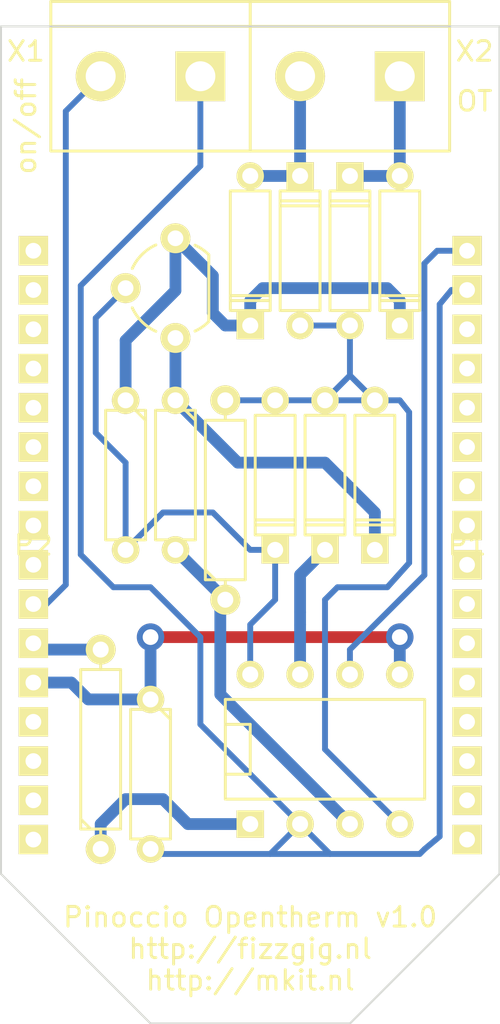
<source format=kicad_pcb>
(kicad_pcb (version 4) (host pcbnew 0.201503251001+5534~22~ubuntu14.10.1-product)

  (general
    (links 30)
    (no_connects 0)
    (area 126.949999 99.009999 152.450001 149.910001)
    (thickness 1.6)
    (drawings 9)
    (tracks 102)
    (zones 0)
    (modules 18)
    (nets 15)
  )

  (page A4)
  (layers
    (0 F.Cu signal)
    (31 B.Cu signal)
    (32 B.Adhes user)
    (33 F.Adhes user)
    (34 B.Paste user)
    (35 F.Paste user)
    (36 B.SilkS user)
    (37 F.SilkS user)
    (38 B.Mask user)
    (39 F.Mask user)
    (40 Dwgs.User user)
    (41 Cmts.User user)
    (42 Eco1.User user)
    (43 Eco2.User user)
    (44 Edge.Cuts user)
    (45 Margin user)
    (46 B.CrtYd user)
    (47 F.CrtYd user)
    (48 B.Fab user)
    (49 F.Fab user)
  )

  (setup
    (last_trace_width 0.6)
    (trace_clearance 0.4)
    (zone_clearance 0.508)
    (zone_45_only yes)
    (trace_min 0.2)
    (segment_width 0.2)
    (edge_width 0.1)
    (via_size 1.4)
    (via_drill 0.8)
    (via_min_size 0.4)
    (via_min_drill 0.3)
    (uvia_size 0.3)
    (uvia_drill 0.1)
    (uvias_allowed no)
    (uvia_min_size 0.2)
    (uvia_min_drill 0.1)
    (pcb_text_width 0.15)
    (pcb_text_size 1 1)
    (mod_edge_width 0.15)
    (mod_text_size 1 1)
    (mod_text_width 0.15)
    (pad_size 1.4 1.4)
    (pad_drill 0.8)
    (pad_to_mask_clearance 0)
    (aux_axis_origin 127 99.06)
    (grid_origin 142.24 101.6)
    (visible_elements FFFFFF7F)
    (pcbplotparams
      (layerselection 0x00030_80000001)
      (usegerberextensions false)
      (excludeedgelayer true)
      (linewidth 0.100000)
      (plotframeref false)
      (viasonmask false)
      (mode 1)
      (useauxorigin false)
      (hpglpennumber 1)
      (hpglpenspeed 20)
      (hpglpendiameter 15)
      (hpglpenoverlay 2)
      (psnegative false)
      (psa4output false)
      (plotreference true)
      (plotvalue true)
      (plotinvisibletext false)
      (padsonsilk false)
      (subtractmaskfromsilk false)
      (outputformat 1)
      (mirror false)
      (drillshape 1)
      (scaleselection 1)
      (outputdirectory ""))
  )

  (net 0 "")
  (net 1 "Net-(D10-Pad1)")
  (net 2 "Net-(D5-Pad2)")
  (net 3 "Net-(D6-Pad2)")
  (net 4 "Net-(D7-Pad2)")
  (net 5 "Net-(D9-Pad2)")
  (net 6 "Net-(D10-Pad2)")
  (net 7 "Net-(D11-Pad2)")
  (net 8 "Net-(OK1-Pad1)")
  (net 9 GNDREF)
  (net 10 "Net-(OK1-Pad3)")
  (net 11 "Net-(OK1-Pad5)")
  (net 12 +3V3)
  (net 13 "Net-(P2-Pad10)")
  (net 14 "Net-(P2-Pad11)")

  (net_class Default "This is the default net class."
    (clearance 0.4)
    (trace_width 0.6)
    (via_dia 1.4)
    (via_drill 0.8)
    (uvia_dia 0.3)
    (uvia_drill 0.1)
    (add_net "Net-(D11-Pad2)")
    (add_net "Net-(D5-Pad2)")
    (add_net "Net-(D6-Pad2)")
    (add_net "Net-(D7-Pad2)")
    (add_net "Net-(D9-Pad2)")
    (add_net "Net-(OK1-Pad1)")
    (add_net "Net-(OK1-Pad3)")
    (add_net "Net-(OK1-Pad5)")
    (add_net "Net-(P2-Pad11)")
  )

  (net_class Narrow ""
    (clearance 0.4)
    (trace_width 0.3)
    (via_dia 1.4)
    (via_drill 0.8)
    (uvia_dia 0.3)
    (uvia_drill 0.1)
    (add_net +3V3)
    (add_net GNDREF)
    (add_net "Net-(D10-Pad1)")
    (add_net "Net-(D10-Pad2)")
    (add_net "Net-(P2-Pad10)")
  )

  (net_class Wide ""
    (clearance 0.4)
    (trace_width 1)
    (via_dia 1.4)
    (via_drill 0.8)
    (uvia_dia 0.3)
    (uvia_drill 0.1)
  )

  (module Sockets_DIP:DIP-8__300 (layer F.Cu) (tedit 5524278B) (tstamp 5523E31D)
    (at 143.51 135.89)
    (descr "8 pins DIL package, round pads")
    (tags DIL)
    (path /5523D40E)
    (fp_text reference OK1 (at -6.35 0 90) (layer F.SilkS) hide
      (effects (font (size 1 1) (thickness 0.15)))
    )
    (fp_text value PC827 (at -5.842 0 90) (layer F.Fab)
      (effects (font (size 1 1) (thickness 0.15)))
    )
    (fp_line (start -5.08 -1.27) (end -3.81 -1.27) (layer F.SilkS) (width 0.15))
    (fp_line (start -3.81 -1.27) (end -3.81 1.27) (layer F.SilkS) (width 0.15))
    (fp_line (start -3.81 1.27) (end -5.08 1.27) (layer F.SilkS) (width 0.15))
    (fp_line (start -5.08 -2.54) (end 5.08 -2.54) (layer F.SilkS) (width 0.15))
    (fp_line (start 5.08 -2.54) (end 5.08 2.54) (layer F.SilkS) (width 0.15))
    (fp_line (start 5.08 2.54) (end -5.08 2.54) (layer F.SilkS) (width 0.15))
    (fp_line (start -5.08 2.54) (end -5.08 -2.54) (layer F.SilkS) (width 0.15))
    (pad 1 thru_hole rect (at -3.81 3.81) (size 1.397 1.397) (drill 0.8128) (layers *.Cu *.Mask F.SilkS)
      (net 8 "Net-(OK1-Pad1)"))
    (pad 2 thru_hole circle (at -1.27 3.81) (size 1.397 1.397) (drill 0.8128) (layers *.Cu *.Mask F.SilkS)
      (net 9 GNDREF))
    (pad 3 thru_hole circle (at 1.27 3.81) (size 1.397 1.397) (drill 0.8128) (layers *.Cu *.Mask F.SilkS)
      (net 10 "Net-(OK1-Pad3)"))
    (pad 4 thru_hole circle (at 3.81 3.81) (size 1.397 1.397) (drill 0.8128) (layers *.Cu *.Mask F.SilkS)
      (net 1 "Net-(D10-Pad1)"))
    (pad 5 thru_hole circle (at 3.81 -3.81) (size 1.397 1.397) (drill 0.8128) (layers *.Cu *.Mask F.SilkS)
      (net 11 "Net-(OK1-Pad5)"))
    (pad 6 thru_hole circle (at 1.27 -3.81) (size 1.397 1.397) (drill 0.8128) (layers *.Cu *.Mask F.SilkS)
      (net 12 +3V3))
    (pad 7 thru_hole circle (at -1.27 -3.81) (size 1.397 1.397) (drill 0.8128) (layers *.Cu *.Mask F.SilkS)
      (net 7 "Net-(D11-Pad2)"))
    (pad 8 thru_hole circle (at -3.81 -3.81) (size 1.397 1.397) (drill 0.8128) (layers *.Cu *.Mask F.SilkS)
      (net 6 "Net-(D10-Pad2)"))
    (model Sockets_DIP.3dshapes/DIP-8__300.wrl
      (at (xyz 0 0 0))
      (scale (xyz 1 1 1))
      (rotate (xyz 0 0 0))
    )
  )

  (module Library:Pinoccio-Header locked (layer F.Cu) (tedit 54463FC4) (tstamp 5523E331)
    (at 150.749 125.49)
    (path /55248656)
    (fp_text reference P1 (at 0 0) (layer F.SilkS)
      (effects (font (size 1 1) (thickness 0.15)))
    )
    (fp_text value PINOCCIO_HEADER_2 (at 0 0) (layer F.SilkS) hide
      (effects (font (size 1 1) (thickness 0.15)))
    )
    (pad 4 thru_hole rect (at 0 -9) (size 1.5 1.5) (drill 0.8) (layers *.Cu *.Mask F.SilkS))
    (pad 7 thru_hole rect (at 0 -3) (size 1.5 1.5) (drill 0.8) (layers *.Cu *.Mask F.SilkS))
    (pad 8 thru_hole rect (at 0 -1) (size 1.5 1.5) (drill 0.8) (layers *.Cu *.Mask F.SilkS))
    (pad 9 thru_hole rect (at 0 1) (size 1.5 1.5) (drill 0.8) (layers *.Cu *.Mask F.SilkS))
    (pad 10 thru_hole rect (at 0 3) (size 1.5 1.5) (drill 0.8) (layers *.Cu *.Mask F.SilkS))
    (pad 3 thru_hole rect (at 0 -11) (size 1.5 1.5) (drill 0.8) (layers *.Cu *.Mask F.SilkS))
    (pad 2 thru_hole rect (at 0 -13) (size 1.5 1.5) (drill 0.8) (layers *.Cu *.Mask F.SilkS)
      (net 9 GNDREF))
    (pad 1 thru_hole rect (at 0 -15) (size 1.5 1.5) (drill 0.8) (layers *.Cu *.Mask F.SilkS)
      (net 12 +3V3))
    (pad 5 thru_hole rect (at 0 -7) (size 1.5 1.5) (drill 0.8) (layers *.Cu *.Mask F.SilkS))
    (pad 6 thru_hole rect (at 0 -5) (size 1.5 1.5) (drill 0.8) (layers *.Cu *.Mask F.SilkS))
    (pad 11 thru_hole rect (at 0 5) (size 1.5 1.5) (drill 0.8) (layers *.Cu *.Mask F.SilkS))
    (pad 12 thru_hole rect (at 0 7) (size 1.5 1.5) (drill 0.8) (layers *.Cu *.Mask F.SilkS))
    (pad 13 thru_hole rect (at 0 9) (size 1.5 1.5) (drill 0.8) (layers *.Cu *.Mask F.SilkS))
    (pad 14 thru_hole rect (at 0 11) (size 1.5 1.5) (drill 0.8) (layers *.Cu *.Mask F.SilkS))
    (pad 15 thru_hole rect (at 0 13) (size 1.5 1.5) (drill 0.8) (layers *.Cu *.Mask F.SilkS))
    (pad 16 thru_hole rect (at 0 15) (size 1.5 1.5) (drill 0.8) (layers *.Cu *.Mask F.SilkS))
  )

  (module Library:Pinoccio-Header locked (layer F.Cu) (tedit 54463FC4) (tstamp 5523E345)
    (at 128.651 125.49)
    (path /552485DE)
    (fp_text reference P2 (at 0 0) (layer F.SilkS)
      (effects (font (size 1 1) (thickness 0.15)))
    )
    (fp_text value PINOCCIO_HEADER_1 (at 0 0) (layer F.SilkS) hide
      (effects (font (size 1 1) (thickness 0.15)))
    )
    (pad 4 thru_hole rect (at 0 -9) (size 1.5 1.5) (drill 0.8) (layers *.Cu *.Mask F.SilkS))
    (pad 7 thru_hole rect (at 0 -3) (size 1.5 1.5) (drill 0.8) (layers *.Cu *.Mask F.SilkS))
    (pad 8 thru_hole rect (at 0 -1) (size 1.5 1.5) (drill 0.8) (layers *.Cu *.Mask F.SilkS))
    (pad 9 thru_hole rect (at 0 1) (size 1.5 1.5) (drill 0.8) (layers *.Cu *.Mask F.SilkS))
    (pad 10 thru_hole rect (at 0 3) (size 1.5 1.5) (drill 0.8) (layers *.Cu *.Mask F.SilkS)
      (net 13 "Net-(P2-Pad10)"))
    (pad 3 thru_hole rect (at 0 -11) (size 1.5 1.5) (drill 0.8) (layers *.Cu *.Mask F.SilkS))
    (pad 2 thru_hole rect (at 0 -13) (size 1.5 1.5) (drill 0.8) (layers *.Cu *.Mask F.SilkS))
    (pad 1 thru_hole rect (at 0 -15) (size 1.5 1.5) (drill 0.8) (layers *.Cu *.Mask F.SilkS))
    (pad 5 thru_hole rect (at 0 -7) (size 1.5 1.5) (drill 0.8) (layers *.Cu *.Mask F.SilkS))
    (pad 6 thru_hole rect (at 0 -5) (size 1.5 1.5) (drill 0.8) (layers *.Cu *.Mask F.SilkS))
    (pad 11 thru_hole rect (at 0 5) (size 1.5 1.5) (drill 0.8) (layers *.Cu *.Mask F.SilkS)
      (net 14 "Net-(P2-Pad11)"))
    (pad 12 thru_hole rect (at 0 7) (size 1.5 1.5) (drill 0.8) (layers *.Cu *.Mask F.SilkS)
      (net 11 "Net-(OK1-Pad5)"))
    (pad 13 thru_hole rect (at 0 9) (size 1.5 1.5) (drill 0.8) (layers *.Cu *.Mask F.SilkS))
    (pad 14 thru_hole rect (at 0 11) (size 1.5 1.5) (drill 0.8) (layers *.Cu *.Mask F.SilkS))
    (pad 15 thru_hole rect (at 0 13) (size 1.5 1.5) (drill 0.8) (layers *.Cu *.Mask F.SilkS))
    (pad 16 thru_hole rect (at 0 15) (size 1.5 1.5) (drill 0.8) (layers *.Cu *.Mask F.SilkS))
  )

  (module Connect:bornier2 locked (layer F.Cu) (tedit 552427A2) (tstamp 5523E3EA)
    (at 134.62 101.6 180)
    (descr "Bornier d'alimentation 2 pins")
    (tags DEV)
    (path /5524E2E0)
    (fp_text reference X1 (at 6.35 1.27 180) (layer F.SilkS)
      (effects (font (size 1 1) (thickness 0.15)))
    )
    (fp_text value CONN_01X02 (at 0 5.08 180) (layer F.Fab) hide
      (effects (font (size 1 1) (thickness 0.15)))
    )
    (fp_line (start 5.08 2.54) (end -5.08 2.54) (layer F.SilkS) (width 0.15))
    (fp_line (start 5.08 3.81) (end 5.08 -3.81) (layer F.SilkS) (width 0.15))
    (fp_line (start 5.08 -3.81) (end -5.08 -3.81) (layer F.SilkS) (width 0.15))
    (fp_line (start -5.08 -3.81) (end -5.08 3.81) (layer F.SilkS) (width 0.15))
    (fp_line (start -5.08 3.81) (end 5.08 3.81) (layer F.SilkS) (width 0.15))
    (pad 1 thru_hole rect (at -2.54 0 180) (size 2.54 2.54) (drill 1.524) (layers *.Cu *.Mask F.SilkS)
      (net 9 GNDREF))
    (pad 2 thru_hole circle (at 2.54 0 180) (size 2.54 2.54) (drill 1.524) (layers *.Cu *.Mask F.SilkS)
      (net 13 "Net-(P2-Pad10)"))
    (model Connect.3dshapes/bornier2.wrl
      (at (xyz 0 0 0))
      (scale (xyz 1 1 1))
      (rotate (xyz 0 0 0))
    )
  )

  (module Connect:bornier2 locked (layer F.Cu) (tedit 552427A5) (tstamp 5523E3EF)
    (at 144.78 101.6 180)
    (descr "Bornier d'alimentation 2 pins")
    (tags DEV)
    (path /5524337C)
    (fp_text reference X2 (at -6.35 1.27 180) (layer F.SilkS)
      (effects (font (size 1 1) (thickness 0.15)))
    )
    (fp_text value CONN_01X02 (at 0 5.08 180) (layer F.Fab) hide
      (effects (font (size 1 1) (thickness 0.15)))
    )
    (fp_line (start 5.08 2.54) (end -5.08 2.54) (layer F.SilkS) (width 0.15))
    (fp_line (start 5.08 3.81) (end 5.08 -3.81) (layer F.SilkS) (width 0.15))
    (fp_line (start 5.08 -3.81) (end -5.08 -3.81) (layer F.SilkS) (width 0.15))
    (fp_line (start -5.08 -3.81) (end -5.08 3.81) (layer F.SilkS) (width 0.15))
    (fp_line (start -5.08 3.81) (end 5.08 3.81) (layer F.SilkS) (width 0.15))
    (pad 1 thru_hole rect (at -2.54 0 180) (size 2.54 2.54) (drill 1.524) (layers *.Cu *.Mask F.SilkS)
      (net 3 "Net-(D6-Pad2)"))
    (pad 2 thru_hole circle (at 2.54 0 180) (size 2.54 2.54) (drill 1.524) (layers *.Cu *.Mask F.SilkS)
      (net 2 "Net-(D5-Pad2)"))
    (model Connect.3dshapes/bornier2.wrl
      (at (xyz 0 0 0))
      (scale (xyz 1 1 1))
      (rotate (xyz 0 0 0))
    )
  )

  (module Discret:D3 (layer F.Cu) (tedit 5524E247) (tstamp 5523EFD2)
    (at 142.24 110.49 90)
    (descr "Diode 3 pas")
    (tags "DIODE DEV")
    (path /5523E009)
    (fp_text reference D5 (at 0 0 90) (layer F.SilkS) hide
      (effects (font (size 1 1) (thickness 0.15)))
    )
    (fp_text value 1N4848 (at -0.508 0 90) (layer F.Fab)
      (effects (font (size 1 0.8) (thickness 0.15)))
    )
    (fp_line (start 3.81 0) (end 3.048 0) (layer F.SilkS) (width 0.15))
    (fp_line (start 3.048 0) (end 3.048 -1.016) (layer F.SilkS) (width 0.15))
    (fp_line (start 3.048 -1.016) (end -3.048 -1.016) (layer F.SilkS) (width 0.15))
    (fp_line (start -3.048 -1.016) (end -3.048 0) (layer F.SilkS) (width 0.15))
    (fp_line (start -3.048 0) (end -3.81 0) (layer F.SilkS) (width 0.15))
    (fp_line (start -3.048 0) (end -3.048 1.016) (layer F.SilkS) (width 0.15))
    (fp_line (start -3.048 1.016) (end 3.048 1.016) (layer F.SilkS) (width 0.15))
    (fp_line (start 3.048 1.016) (end 3.048 0) (layer F.SilkS) (width 0.15))
    (fp_line (start 2.54 -1.016) (end 2.54 1.016) (layer F.SilkS) (width 0.15))
    (fp_line (start 2.286 1.016) (end 2.286 -1.016) (layer F.SilkS) (width 0.15))
    (pad 2 thru_hole rect (at 3.81 0 90) (size 1.397 1.397) (drill 0.8128) (layers *.Cu *.Mask F.SilkS)
      (net 2 "Net-(D5-Pad2)"))
    (pad 1 thru_hole circle (at -3.81 0 90) (size 1.397 1.397) (drill 0.8128) (layers *.Cu *.Mask F.SilkS)
      (net 1 "Net-(D10-Pad1)"))
    (model Discret.3dshapes/D3.wrl
      (at (xyz 0 0 0))
      (scale (xyz 0.3 0.3 0.3))
      (rotate (xyz 0 0 0))
    )
  )

  (module Discret:D3 (layer F.Cu) (tedit 5524E24C) (tstamp 5523EFD7)
    (at 144.78 110.49 90)
    (descr "Diode 3 pas")
    (tags "DIODE DEV")
    (path /5523E262)
    (fp_text reference D6 (at 0 0 90) (layer F.SilkS) hide
      (effects (font (size 1 1) (thickness 0.15)))
    )
    (fp_text value 1N4848 (at -0.508 0 90) (layer F.Fab)
      (effects (font (size 1 0.8) (thickness 0.15)))
    )
    (fp_line (start 3.81 0) (end 3.048 0) (layer F.SilkS) (width 0.15))
    (fp_line (start 3.048 0) (end 3.048 -1.016) (layer F.SilkS) (width 0.15))
    (fp_line (start 3.048 -1.016) (end -3.048 -1.016) (layer F.SilkS) (width 0.15))
    (fp_line (start -3.048 -1.016) (end -3.048 0) (layer F.SilkS) (width 0.15))
    (fp_line (start -3.048 0) (end -3.81 0) (layer F.SilkS) (width 0.15))
    (fp_line (start -3.048 0) (end -3.048 1.016) (layer F.SilkS) (width 0.15))
    (fp_line (start -3.048 1.016) (end 3.048 1.016) (layer F.SilkS) (width 0.15))
    (fp_line (start 3.048 1.016) (end 3.048 0) (layer F.SilkS) (width 0.15))
    (fp_line (start 2.54 -1.016) (end 2.54 1.016) (layer F.SilkS) (width 0.15))
    (fp_line (start 2.286 1.016) (end 2.286 -1.016) (layer F.SilkS) (width 0.15))
    (pad 2 thru_hole rect (at 3.81 0 90) (size 1.397 1.397) (drill 0.8128) (layers *.Cu *.Mask F.SilkS)
      (net 3 "Net-(D6-Pad2)"))
    (pad 1 thru_hole circle (at -3.81 0 90) (size 1.397 1.397) (drill 0.8128) (layers *.Cu *.Mask F.SilkS)
      (net 1 "Net-(D10-Pad1)"))
    (model Discret.3dshapes/D3.wrl
      (at (xyz 0 0 0))
      (scale (xyz 0.3 0.3 0.3))
      (rotate (xyz 0 0 0))
    )
  )

  (module Discret:D3 (layer F.Cu) (tedit 5524E243) (tstamp 5523EFDC)
    (at 139.7 110.49 270)
    (descr "Diode 3 pas")
    (tags "DIODE DEV")
    (path /5523E2A0)
    (fp_text reference D7 (at 0 0 270) (layer F.SilkS) hide
      (effects (font (size 1 1) (thickness 0.15)))
    )
    (fp_text value 1N4848 (at -0.508 0 270) (layer F.Fab)
      (effects (font (size 1 0.8) (thickness 0.15)))
    )
    (fp_line (start 3.81 0) (end 3.048 0) (layer F.SilkS) (width 0.15))
    (fp_line (start 3.048 0) (end 3.048 -1.016) (layer F.SilkS) (width 0.15))
    (fp_line (start 3.048 -1.016) (end -3.048 -1.016) (layer F.SilkS) (width 0.15))
    (fp_line (start -3.048 -1.016) (end -3.048 0) (layer F.SilkS) (width 0.15))
    (fp_line (start -3.048 0) (end -3.81 0) (layer F.SilkS) (width 0.15))
    (fp_line (start -3.048 0) (end -3.048 1.016) (layer F.SilkS) (width 0.15))
    (fp_line (start -3.048 1.016) (end 3.048 1.016) (layer F.SilkS) (width 0.15))
    (fp_line (start 3.048 1.016) (end 3.048 0) (layer F.SilkS) (width 0.15))
    (fp_line (start 2.54 -1.016) (end 2.54 1.016) (layer F.SilkS) (width 0.15))
    (fp_line (start 2.286 1.016) (end 2.286 -1.016) (layer F.SilkS) (width 0.15))
    (pad 2 thru_hole rect (at 3.81 0 270) (size 1.397 1.397) (drill 0.8128) (layers *.Cu *.Mask F.SilkS)
      (net 4 "Net-(D7-Pad2)"))
    (pad 1 thru_hole circle (at -3.81 0 270) (size 1.397 1.397) (drill 0.8128) (layers *.Cu *.Mask F.SilkS)
      (net 2 "Net-(D5-Pad2)"))
    (model Discret.3dshapes/D3.wrl
      (at (xyz 0 0 0))
      (scale (xyz 0.3 0.3 0.3))
      (rotate (xyz 0 0 0))
    )
  )

  (module Discret:D3 (layer F.Cu) (tedit 5524E24F) (tstamp 5523EFE1)
    (at 147.32 110.49 270)
    (descr "Diode 3 pas")
    (tags "DIODE DEV")
    (path /5523E2E8)
    (fp_text reference D8 (at 0 0 270) (layer F.SilkS) hide
      (effects (font (size 1 1) (thickness 0.15)))
    )
    (fp_text value 1N4848 (at -0.254 0 270) (layer F.Fab)
      (effects (font (size 1 0.8) (thickness 0.15)))
    )
    (fp_line (start 3.81 0) (end 3.048 0) (layer F.SilkS) (width 0.15))
    (fp_line (start 3.048 0) (end 3.048 -1.016) (layer F.SilkS) (width 0.15))
    (fp_line (start 3.048 -1.016) (end -3.048 -1.016) (layer F.SilkS) (width 0.15))
    (fp_line (start -3.048 -1.016) (end -3.048 0) (layer F.SilkS) (width 0.15))
    (fp_line (start -3.048 0) (end -3.81 0) (layer F.SilkS) (width 0.15))
    (fp_line (start -3.048 0) (end -3.048 1.016) (layer F.SilkS) (width 0.15))
    (fp_line (start -3.048 1.016) (end 3.048 1.016) (layer F.SilkS) (width 0.15))
    (fp_line (start 3.048 1.016) (end 3.048 0) (layer F.SilkS) (width 0.15))
    (fp_line (start 2.54 -1.016) (end 2.54 1.016) (layer F.SilkS) (width 0.15))
    (fp_line (start 2.286 1.016) (end 2.286 -1.016) (layer F.SilkS) (width 0.15))
    (pad 2 thru_hole rect (at 3.81 0 270) (size 1.397 1.397) (drill 0.8128) (layers *.Cu *.Mask F.SilkS)
      (net 4 "Net-(D7-Pad2)"))
    (pad 1 thru_hole circle (at -3.81 0 270) (size 1.397 1.397) (drill 0.8128) (layers *.Cu *.Mask F.SilkS)
      (net 3 "Net-(D6-Pad2)"))
    (model Discret.3dshapes/D3.wrl
      (at (xyz 0 0 0))
      (scale (xyz 0.3 0.3 0.3))
      (rotate (xyz 0 0 0))
    )
  )

  (module Discret:D3 (layer F.Cu) (tedit 5524201B) (tstamp 5523EFE6)
    (at 146.05 121.92 270)
    (descr "Diode 3 pas")
    (tags "DIODE DEV")
    (path /5523DE96)
    (fp_text reference D9 (at 1.27 0 270) (layer F.SilkS) hide
      (effects (font (size 1 1) (thickness 0.15)))
    )
    (fp_text value 4V7 (at 0 0 270) (layer F.Fab)
      (effects (font (size 1 1) (thickness 0.15)))
    )
    (fp_line (start 3.81 0) (end 3.048 0) (layer F.SilkS) (width 0.15))
    (fp_line (start 3.048 0) (end 3.048 -1.016) (layer F.SilkS) (width 0.15))
    (fp_line (start 3.048 -1.016) (end -3.048 -1.016) (layer F.SilkS) (width 0.15))
    (fp_line (start -3.048 -1.016) (end -3.048 0) (layer F.SilkS) (width 0.15))
    (fp_line (start -3.048 0) (end -3.81 0) (layer F.SilkS) (width 0.15))
    (fp_line (start -3.048 0) (end -3.048 1.016) (layer F.SilkS) (width 0.15))
    (fp_line (start -3.048 1.016) (end 3.048 1.016) (layer F.SilkS) (width 0.15))
    (fp_line (start 3.048 1.016) (end 3.048 0) (layer F.SilkS) (width 0.15))
    (fp_line (start 2.54 -1.016) (end 2.54 1.016) (layer F.SilkS) (width 0.15))
    (fp_line (start 2.286 1.016) (end 2.286 -1.016) (layer F.SilkS) (width 0.15))
    (pad 2 thru_hole rect (at 3.81 0 270) (size 1.397 1.397) (drill 0.8128) (layers *.Cu *.Mask F.SilkS)
      (net 5 "Net-(D9-Pad2)"))
    (pad 1 thru_hole circle (at -3.81 0 270) (size 1.397 1.397) (drill 0.8128) (layers *.Cu *.Mask F.SilkS)
      (net 1 "Net-(D10-Pad1)"))
    (model Discret.3dshapes/D3.wrl
      (at (xyz 0 0 0))
      (scale (xyz 0.3 0.3 0.3))
      (rotate (xyz 0 0 0))
    )
  )

  (module Discret:D3 (layer F.Cu) (tedit 5524200E) (tstamp 5523EFEB)
    (at 140.97 121.92 270)
    (descr "Diode 3 pas")
    (tags "DIODE DEV")
    (path /5523DE66)
    (fp_text reference D10 (at 1.27 0 270) (layer F.SilkS) hide
      (effects (font (size 1 1) (thickness 0.15)))
    )
    (fp_text value 15V (at 0 0 270) (layer F.Fab)
      (effects (font (size 1 1) (thickness 0.15)))
    )
    (fp_line (start 3.81 0) (end 3.048 0) (layer F.SilkS) (width 0.15))
    (fp_line (start 3.048 0) (end 3.048 -1.016) (layer F.SilkS) (width 0.15))
    (fp_line (start 3.048 -1.016) (end -3.048 -1.016) (layer F.SilkS) (width 0.15))
    (fp_line (start -3.048 -1.016) (end -3.048 0) (layer F.SilkS) (width 0.15))
    (fp_line (start -3.048 0) (end -3.81 0) (layer F.SilkS) (width 0.15))
    (fp_line (start -3.048 0) (end -3.048 1.016) (layer F.SilkS) (width 0.15))
    (fp_line (start -3.048 1.016) (end 3.048 1.016) (layer F.SilkS) (width 0.15))
    (fp_line (start 3.048 1.016) (end 3.048 0) (layer F.SilkS) (width 0.15))
    (fp_line (start 2.54 -1.016) (end 2.54 1.016) (layer F.SilkS) (width 0.15))
    (fp_line (start 2.286 1.016) (end 2.286 -1.016) (layer F.SilkS) (width 0.15))
    (pad 2 thru_hole rect (at 3.81 0 270) (size 1.397 1.397) (drill 0.8128) (layers *.Cu *.Mask F.SilkS)
      (net 6 "Net-(D10-Pad2)"))
    (pad 1 thru_hole circle (at -3.81 0 270) (size 1.397 1.397) (drill 0.8128) (layers *.Cu *.Mask F.SilkS)
      (net 1 "Net-(D10-Pad1)"))
    (model Discret.3dshapes/D3.wrl
      (at (xyz 0 0 0))
      (scale (xyz 0.3 0.3 0.3))
      (rotate (xyz 0 0 0))
    )
  )

  (module Discret:D3 (layer F.Cu) (tedit 55242011) (tstamp 5523EFF0)
    (at 143.51 121.92 270)
    (descr "Diode 3 pas")
    (tags "DIODE DEV")
    (path /5523DE18)
    (fp_text reference D11 (at 0 0 270) (layer F.SilkS) hide
      (effects (font (size 1 1) (thickness 0.15)))
    )
    (fp_text value 4V3 (at 0 0 270) (layer F.Fab)
      (effects (font (size 1 1) (thickness 0.15)))
    )
    (fp_line (start 3.81 0) (end 3.048 0) (layer F.SilkS) (width 0.15))
    (fp_line (start 3.048 0) (end 3.048 -1.016) (layer F.SilkS) (width 0.15))
    (fp_line (start 3.048 -1.016) (end -3.048 -1.016) (layer F.SilkS) (width 0.15))
    (fp_line (start -3.048 -1.016) (end -3.048 0) (layer F.SilkS) (width 0.15))
    (fp_line (start -3.048 0) (end -3.81 0) (layer F.SilkS) (width 0.15))
    (fp_line (start -3.048 0) (end -3.048 1.016) (layer F.SilkS) (width 0.15))
    (fp_line (start -3.048 1.016) (end 3.048 1.016) (layer F.SilkS) (width 0.15))
    (fp_line (start 3.048 1.016) (end 3.048 0) (layer F.SilkS) (width 0.15))
    (fp_line (start 2.54 -1.016) (end 2.54 1.016) (layer F.SilkS) (width 0.15))
    (fp_line (start 2.286 1.016) (end 2.286 -1.016) (layer F.SilkS) (width 0.15))
    (pad 2 thru_hole rect (at 3.81 0 270) (size 1.397 1.397) (drill 0.8128) (layers *.Cu *.Mask F.SilkS)
      (net 7 "Net-(D11-Pad2)"))
    (pad 1 thru_hole circle (at -3.81 0 270) (size 1.397 1.397) (drill 0.8128) (layers *.Cu *.Mask F.SilkS)
      (net 1 "Net-(D10-Pad1)"))
    (model Discret.3dshapes/D3.wrl
      (at (xyz 0 0 0))
      (scale (xyz 0.3 0.3 0.3))
      (rotate (xyz 0 0 0))
    )
  )

  (module Discret:R3 (layer F.Cu) (tedit 5524202C) (tstamp 5523EFF5)
    (at 133.35 121.92 270)
    (descr "Resitance 3 pas")
    (tags R)
    (path /5523D8D6)
    (fp_text reference R1 (at 0 0.127 270) (layer F.SilkS) hide
      (effects (font (size 1 1) (thickness 0.15)))
    )
    (fp_text value 330R (at 0 0.127 270) (layer F.Fab)
      (effects (font (size 1 1) (thickness 0.15)))
    )
    (fp_line (start -3.81 0) (end -3.302 0) (layer F.SilkS) (width 0.15))
    (fp_line (start 3.81 0) (end 3.302 0) (layer F.SilkS) (width 0.15))
    (fp_line (start 3.302 0) (end 3.302 -1.016) (layer F.SilkS) (width 0.15))
    (fp_line (start 3.302 -1.016) (end -3.302 -1.016) (layer F.SilkS) (width 0.15))
    (fp_line (start -3.302 -1.016) (end -3.302 1.016) (layer F.SilkS) (width 0.15))
    (fp_line (start -3.302 1.016) (end 3.302 1.016) (layer F.SilkS) (width 0.15))
    (fp_line (start 3.302 1.016) (end 3.302 0) (layer F.SilkS) (width 0.15))
    (fp_line (start -3.302 -0.508) (end -2.794 -1.016) (layer F.SilkS) (width 0.15))
    (pad 1 thru_hole circle (at -3.81 0 270) (size 1.397 1.397) (drill 0.8128) (layers *.Cu *.Mask F.SilkS)
      (net 4 "Net-(D7-Pad2)"))
    (pad 2 thru_hole circle (at 3.81 0 270) (size 1.397 1.397) (drill 0.8128) (layers *.Cu *.Mask F.SilkS)
      (net 6 "Net-(D10-Pad2)"))
    (model Discret.3dshapes/R3.wrl
      (at (xyz 0 0 0))
      (scale (xyz 0.3 0.3 0.3))
      (rotate (xyz 0 0 0))
    )
  )

  (module Discret:R4 (layer F.Cu) (tedit 5524200A) (tstamp 5523EFFA)
    (at 138.43 123.19 90)
    (descr "Resitance 4 pas")
    (tags R)
    (path /5523D941)
    (fp_text reference R2 (at 0 0 90) (layer F.SilkS) hide
      (effects (font (size 1 1) (thickness 0.15)))
    )
    (fp_text value 100R (at 0 0 90) (layer F.Fab)
      (effects (font (size 1 1) (thickness 0.15)))
    )
    (fp_line (start -5.08 0) (end -4.064 0) (layer F.SilkS) (width 0.15))
    (fp_line (start -4.064 0) (end -4.064 -1.016) (layer F.SilkS) (width 0.15))
    (fp_line (start -4.064 -1.016) (end 4.064 -1.016) (layer F.SilkS) (width 0.15))
    (fp_line (start 4.064 -1.016) (end 4.064 1.016) (layer F.SilkS) (width 0.15))
    (fp_line (start 4.064 1.016) (end -4.064 1.016) (layer F.SilkS) (width 0.15))
    (fp_line (start -4.064 1.016) (end -4.064 0) (layer F.SilkS) (width 0.15))
    (fp_line (start -4.064 -0.508) (end -3.556 -1.016) (layer F.SilkS) (width 0.15))
    (fp_line (start 5.08 0) (end 4.064 0) (layer F.SilkS) (width 0.15))
    (pad 1 thru_hole circle (at -5.08 0 90) (size 1.524 1.524) (drill 0.8128) (layers *.Cu *.Mask F.SilkS)
      (net 10 "Net-(OK1-Pad3)"))
    (pad 2 thru_hole circle (at 5.08 0 90) (size 1.524 1.524) (drill 0.8128) (layers *.Cu *.Mask F.SilkS)
      (net 1 "Net-(D10-Pad1)"))
    (model Discret.3dshapes/R4.wrl
      (at (xyz 0 0 0))
      (scale (xyz 0.4 0.4 0.4))
      (rotate (xyz 0 0 0))
    )
  )

  (module Discret:R3 (layer F.Cu) (tedit 55242020) (tstamp 5523EFFF)
    (at 135.89 121.92 270)
    (descr "Resitance 3 pas")
    (tags R)
    (path /5523DA16)
    (fp_text reference R3 (at 0 0.127 270) (layer F.SilkS) hide
      (effects (font (size 1 1) (thickness 0.15)))
    )
    (fp_text value 220R (at 0 0.127 270) (layer F.Fab)
      (effects (font (size 1 1) (thickness 0.15)))
    )
    (fp_line (start -3.81 0) (end -3.302 0) (layer F.SilkS) (width 0.15))
    (fp_line (start 3.81 0) (end 3.302 0) (layer F.SilkS) (width 0.15))
    (fp_line (start 3.302 0) (end 3.302 -1.016) (layer F.SilkS) (width 0.15))
    (fp_line (start 3.302 -1.016) (end -3.302 -1.016) (layer F.SilkS) (width 0.15))
    (fp_line (start -3.302 -1.016) (end -3.302 1.016) (layer F.SilkS) (width 0.15))
    (fp_line (start -3.302 1.016) (end 3.302 1.016) (layer F.SilkS) (width 0.15))
    (fp_line (start 3.302 1.016) (end 3.302 0) (layer F.SilkS) (width 0.15))
    (fp_line (start -3.302 -0.508) (end -2.794 -1.016) (layer F.SilkS) (width 0.15))
    (pad 1 thru_hole circle (at -3.81 0 270) (size 1.397 1.397) (drill 0.8128) (layers *.Cu *.Mask F.SilkS)
      (net 5 "Net-(D9-Pad2)"))
    (pad 2 thru_hole circle (at 3.81 0 270) (size 1.397 1.397) (drill 0.8128) (layers *.Cu *.Mask F.SilkS)
      (net 10 "Net-(OK1-Pad3)"))
    (model Discret.3dshapes/R3.wrl
      (at (xyz 0 0 0))
      (scale (xyz 0.3 0.3 0.3))
      (rotate (xyz 0 0 0))
    )
  )

  (module Discret:R3 (layer F.Cu) (tedit 5524E262) (tstamp 5523F004)
    (at 134.62 137.16 270)
    (descr "Resitance 3 pas")
    (tags R)
    (path /5523D9D6)
    (fp_text reference R4 (at 0 0.127 270) (layer F.SilkS) hide
      (effects (font (size 1 1) (thickness 0.15)))
    )
    (fp_text value 330R (at 0 0 270) (layer F.Fab)
      (effects (font (size 1 1) (thickness 0.15)))
    )
    (fp_line (start -3.81 0) (end -3.302 0) (layer F.SilkS) (width 0.15))
    (fp_line (start 3.81 0) (end 3.302 0) (layer F.SilkS) (width 0.15))
    (fp_line (start 3.302 0) (end 3.302 -1.016) (layer F.SilkS) (width 0.15))
    (fp_line (start 3.302 -1.016) (end -3.302 -1.016) (layer F.SilkS) (width 0.15))
    (fp_line (start -3.302 -1.016) (end -3.302 1.016) (layer F.SilkS) (width 0.15))
    (fp_line (start -3.302 1.016) (end 3.302 1.016) (layer F.SilkS) (width 0.15))
    (fp_line (start 3.302 1.016) (end 3.302 0) (layer F.SilkS) (width 0.15))
    (fp_line (start -3.302 -0.508) (end -2.794 -1.016) (layer F.SilkS) (width 0.15))
    (pad 1 thru_hole circle (at -3.81 0 270) (size 1.397 1.397) (drill 0.8128) (layers *.Cu *.Mask F.SilkS)
      (net 11 "Net-(OK1-Pad5)"))
    (pad 2 thru_hole circle (at 3.81 0 270) (size 1.397 1.397) (drill 0.8128) (layers *.Cu *.Mask F.SilkS)
      (net 9 GNDREF))
    (model Discret.3dshapes/R3.wrl
      (at (xyz 0 0 0))
      (scale (xyz 0.3 0.3 0.3))
      (rotate (xyz 0 0 0))
    )
  )

  (module Discret:R4 (layer F.Cu) (tedit 55242037) (tstamp 5523F009)
    (at 132.08 135.89 90)
    (descr "Resitance 4 pas")
    (tags R)
    (path /5523D99C)
    (fp_text reference R8 (at 0 0 90) (layer F.SilkS) hide
      (effects (font (size 1 1) (thickness 0.15)))
    )
    (fp_text value 470R (at 0 0 90) (layer F.Fab)
      (effects (font (size 1 1) (thickness 0.15)))
    )
    (fp_line (start -5.08 0) (end -4.064 0) (layer F.SilkS) (width 0.15))
    (fp_line (start -4.064 0) (end -4.064 -1.016) (layer F.SilkS) (width 0.15))
    (fp_line (start -4.064 -1.016) (end 4.064 -1.016) (layer F.SilkS) (width 0.15))
    (fp_line (start 4.064 -1.016) (end 4.064 1.016) (layer F.SilkS) (width 0.15))
    (fp_line (start 4.064 1.016) (end -4.064 1.016) (layer F.SilkS) (width 0.15))
    (fp_line (start -4.064 1.016) (end -4.064 0) (layer F.SilkS) (width 0.15))
    (fp_line (start -4.064 -0.508) (end -3.556 -1.016) (layer F.SilkS) (width 0.15))
    (fp_line (start 5.08 0) (end 4.064 0) (layer F.SilkS) (width 0.15))
    (pad 1 thru_hole circle (at -5.08 0 90) (size 1.524 1.524) (drill 0.8128) (layers *.Cu *.Mask F.SilkS)
      (net 8 "Net-(OK1-Pad1)"))
    (pad 2 thru_hole circle (at 5.08 0 90) (size 1.524 1.524) (drill 0.8128) (layers *.Cu *.Mask F.SilkS)
      (net 14 "Net-(P2-Pad11)"))
    (model Discret.3dshapes/R4.wrl
      (at (xyz 0 0 0))
      (scale (xyz 0.4 0.4 0.4))
      (rotate (xyz 0 0 0))
    )
  )

  (module Housings_TO-92:TO-92_Molded_Wide (layer F.Cu) (tedit 5524EAA3) (tstamp 55242503)
    (at 135.89 114.935 90)
    (descr "TO-92 leads molded, wide, drill 0.8mm (see NXP sot054_po.pdf)")
    (tags "to-92 sc-43 sc-43a sot54 PA33 transistor")
    (path /5523D5E7)
    (fp_text reference Q1 (at 0 -5 90) (layer F.SilkS) hide
      (effects (font (size 1 1) (thickness 0.15)))
    )
    (fp_text value BC558 (at 6.731 0 180) (layer F.Fab)
      (effects (font (size 1 1) (thickness 0.15)))
    )
    (fp_arc (start 2.54 0) (end 0.34 -1) (angle 41.11209044) (layer F.SilkS) (width 0.15))
    (fp_arc (start 2.54 0) (end 4.74 -1) (angle -41.11210221) (layer F.SilkS) (width 0.15))
    (fp_arc (start 2.54 0) (end 0.84 1.7) (angle 20.5) (layer F.SilkS) (width 0.15))
    (fp_arc (start 2.54 0) (end 4.24 1.7) (angle -20.5) (layer F.SilkS) (width 0.15))
    (fp_line (start -1 1.95) (end -1 -3.55) (layer F.CrtYd) (width 0.05))
    (fp_line (start -1 1.95) (end 6.1 1.95) (layer F.CrtYd) (width 0.05))
    (fp_line (start 0.84 1.7) (end 4.24 1.7) (layer F.SilkS) (width 0.15))
    (fp_line (start -1 -3.55) (end 6.1 -3.55) (layer F.CrtYd) (width 0.05))
    (fp_line (start 6.1 1.95) (end 6.1 -3.55) (layer F.CrtYd) (width 0.05))
    (pad 2 thru_hole circle (at 2.54 -2.54 180) (size 1.524 1.524) (drill 0.8) (layers *.Cu *.Mask F.SilkS)
      (net 6 "Net-(D10-Pad2)"))
    (pad 3 thru_hole circle (at 5.08 0 180) (size 1.524 1.524) (drill 0.8) (layers *.Cu *.Mask F.SilkS)
      (net 4 "Net-(D7-Pad2)"))
    (pad 1 thru_hole circle (at 0 0 180) (size 1.524 1.524) (drill 0.8) (layers *.Cu *.Mask F.SilkS)
      (net 5 "Net-(D9-Pad2)"))
    (model Housings_TO-92.3dshapes/TO-92_Molded_Wide.wrl
      (at (xyz 0.1 0 0))
      (scale (xyz 1 1 1))
      (rotate (xyz 0 0 -90))
    )
  )

  (gr_text OT (at 151.13 102.87) (layer F.SilkS)
    (effects (font (size 1 1) (thickness 0.15)))
  )
  (gr_text on/off (at 128.27 104.14 90) (layer F.SilkS)
    (effects (font (size 1 1) (thickness 0.15)))
  )
  (gr_text "Pinoccio Opentherm v1.0\nhttp://fizzgig.nl\nhttp://mkit.nl" (at 139.7 146.05) (layer F.SilkS)
    (effects (font (size 1 1) (thickness 0.15)))
  )
  (gr_line (start 152.4 142.24) (end 152.4 99.06) (angle 90) (layer Edge.Cuts) (width 0.1))
  (gr_line (start 144.78 149.86) (end 152.4 142.24) (angle 90) (layer Edge.Cuts) (width 0.1))
  (gr_line (start 134.62 149.86) (end 144.78 149.86) (angle 90) (layer Edge.Cuts) (width 0.1))
  (gr_line (start 127 142.24) (end 134.62 149.86) (angle 90) (layer Edge.Cuts) (width 0.1))
  (gr_line (start 127 99.06) (end 127 142.24) (angle 90) (layer Edge.Cuts) (width 0.1))
  (gr_line (start 127 99.06) (end 152.4 99.06) (angle 90) (layer Edge.Cuts) (width 0.1))

  (segment (start 144.78 116.84) (end 143.51 118.11) (width 0.3) (layer B.Cu) (net 1))
  (segment (start 144.78 114.3) (end 144.78 116.84) (width 0.3) (layer B.Cu) (net 1))
  (segment (start 144.78 116.84) (end 146.05 118.11) (width 0.3) (layer B.Cu) (net 1) (tstamp 55241674))
  (segment (start 140.97 118.11) (end 138.43 118.11) (width 0.3) (layer B.Cu) (net 1))
  (segment (start 146.685 127.635) (end 144.145 127.635) (width 0.3) (layer B.Cu) (net 1))
  (segment (start 144.145 127.635) (end 143.51 128.27) (width 0.3) (layer B.Cu) (net 1) (tstamp 55241331))
  (segment (start 143.51 128.27) (end 143.51 135.89) (width 0.3) (layer B.Cu) (net 1) (tstamp 55241332))
  (segment (start 143.51 135.89) (end 144.78 137.16) (width 0.3) (layer B.Cu) (net 1) (tstamp 55241333))
  (segment (start 144.78 137.16) (end 147.32 139.7) (width 0.3) (layer B.Cu) (net 1) (tstamp 55240DD7) (status 20))
  (segment (start 147.32 118.11) (end 147.797996 118.714996) (width 0.3) (layer B.Cu) (net 1) (tstamp 55240D97))
  (segment (start 147.797996 118.714996) (end 147.797996 126.395004) (width 0.3) (layer B.Cu) (net 1) (tstamp 55240D98))
  (segment (start 147.797996 126.395004) (end 146.685 127.635) (width 0.3) (layer B.Cu) (net 1) (tstamp 55240D99))
  (segment (start 146.05 118.11) (end 147.32 118.11) (width 0.3) (layer B.Cu) (net 1))
  (segment (start 143.51 118.11) (end 140.97 118.11) (width 0.3) (layer B.Cu) (net 1) (status 80010))
  (segment (start 143.51 118.11) (end 146.05 118.11) (width 0.3) (layer B.Cu) (net 1) (status 80020))
  (segment (start 142.24 114.3) (end 144.78 114.3) (width 0.3) (layer B.Cu) (net 1) (status 80020))
  (segment (start 142.24 101.6) (end 142.24 106.68) (width 0.6) (layer B.Cu) (net 2))
  (segment (start 142.24 106.68) (end 139.7 106.68) (width 0.6) (layer B.Cu) (net 2) (status 80010))
  (segment (start 147.32 101.6) (end 147.32 106.68) (width 0.6) (layer B.Cu) (net 3))
  (segment (start 147.32 106.68) (end 144.78 106.68) (width 0.6) (layer B.Cu) (net 3) (status 80010))
  (segment (start 133.35 118.11) (end 133.35 115.062) (width 0.6) (layer B.Cu) (net 4) (status 400000))
  (segment (start 135.89 112.522) (end 135.89 109.855) (width 0.6) (layer B.Cu) (net 4) (tstamp 5524EA53) (status 800000))
  (segment (start 133.35 115.062) (end 135.89 112.522) (width 0.6) (layer B.Cu) (net 4) (tstamp 5524EA50))
  (segment (start 137.795 113.665) (end 137.795 111.76) (width 0.6) (layer B.Cu) (net 4))
  (segment (start 139.7 114.3) (end 138.43 114.3) (width 0.6) (layer B.Cu) (net 4) (tstamp 55242644))
  (segment (start 137.795 113.665) (end 138.43 114.3) (width 0.6) (layer B.Cu) (net 4) (tstamp 55242643))
  (segment (start 137.795 111.76) (end 135.89 109.855) (width 0.6) (layer B.Cu) (net 4) (tstamp 5524EA2A) (status 800000))
  (segment (start 139.591051 114.191051) (end 139.7 114.3) (width 0.6) (layer B.Cu) (net 4) (tstamp 552415C6))
  (segment (start 139.7 114.3) (end 139.7 113.03) (width 0.6) (layer B.Cu) (net 4))
  (segment (start 147.32 113.03) (end 147.32 114.3) (width 0.6) (layer B.Cu) (net 4) (tstamp 55241554))
  (segment (start 146.685 112.395) (end 147.32 113.03) (width 0.6) (layer B.Cu) (net 4) (tstamp 55241552))
  (segment (start 140.335 112.395) (end 146.685 112.395) (width 0.6) (layer B.Cu) (net 4) (tstamp 5524154E))
  (segment (start 139.7 113.03) (end 140.335 112.395) (width 0.6) (layer B.Cu) (net 4) (tstamp 5524154C))
  (segment (start 135.89 114.935) (end 135.89 118.11) (width 0.6) (layer B.Cu) (net 5) (status C00000))
  (segment (start 146.05 125.73) (end 146.05 123.825) (width 0.6) (layer B.Cu) (net 5))
  (segment (start 139.065 121.285) (end 135.89 118.11) (width 0.6) (layer B.Cu) (net 5) (tstamp 55241781))
  (segment (start 143.51 121.285) (end 139.065 121.285) (width 0.6) (layer B.Cu) (net 5) (tstamp 5524177F))
  (segment (start 146.05 123.825) (end 143.51 121.285) (width 0.6) (layer B.Cu) (net 5) (tstamp 5524177D))
  (segment (start 131.826 119.761) (end 131.826 113.919) (width 0.3) (layer B.Cu) (net 6))
  (segment (start 133.35 125.73) (end 133.35 121.285) (width 0.3) (layer B.Cu) (net 6))
  (segment (start 133.35 121.285) (end 131.826 119.761) (width 0.3) (layer B.Cu) (net 6) (tstamp 552415CE))
  (segment (start 131.826 113.919) (end 133.35 112.395) (width 0.3) (layer B.Cu) (net 6) (tstamp 5524EA4B) (status 800000))
  (segment (start 140.97 125.73) (end 139.7 125.73) (width 0.3) (layer B.Cu) (net 6))
  (segment (start 135.255 123.825) (end 133.35 125.73) (width 0.3) (layer B.Cu) (net 6) (tstamp 55241710))
  (segment (start 137.795 123.825) (end 135.255 123.825) (width 0.3) (layer B.Cu) (net 6) (tstamp 5524170E))
  (segment (start 139.7 125.73) (end 137.795 123.825) (width 0.3) (layer B.Cu) (net 6) (tstamp 5524170A))
  (segment (start 139.7 132.08) (end 139.7 129.54) (width 0.3) (layer B.Cu) (net 6))
  (segment (start 140.97 128.27) (end 140.97 125.73) (width 0.3) (layer B.Cu) (net 6) (tstamp 552416F9))
  (segment (start 139.7 129.54) (end 140.97 128.27) (width 0.3) (layer B.Cu) (net 6) (tstamp 552416F8))
  (segment (start 142.24 128.905) (end 142.24 127) (width 0.6) (layer B.Cu) (net 7))
  (segment (start 142.24 128.905) (end 142.24 129.54) (width 0.6) (layer B.Cu) (net 7) (tstamp 55241202))
  (segment (start 142.24 132.08) (end 142.24 129.54) (width 0.6) (layer B.Cu) (net 7) (tstamp 55241203) (status 20))
  (segment (start 142.24 127) (end 143.51 125.73) (width 0.6) (layer B.Cu) (net 7) (tstamp 5524178C))
  (segment (start 139.7 139.7) (end 136.525 139.7) (width 0.6) (layer B.Cu) (net 8))
  (segment (start 132.08 139.7) (end 132.08 140.97) (width 0.6) (layer B.Cu) (net 8) (tstamp 552416DA))
  (segment (start 133.35 138.43) (end 132.08 139.7) (width 0.6) (layer B.Cu) (net 8) (tstamp 552416D8))
  (segment (start 135.255 138.43) (end 133.35 138.43) (width 0.6) (layer B.Cu) (net 8) (tstamp 552416D6))
  (segment (start 136.525 139.7) (end 135.255 138.43) (width 0.6) (layer B.Cu) (net 8) (tstamp 552416D5))
  (segment (start 137.16 101.6) (end 137.16 106.172) (width 0.3) (layer B.Cu) (net 9))
  (segment (start 134.62 127.635) (end 132.728324 127.635) (width 0.3) (layer B.Cu) (net 9) (tstamp 55241612))
  (segment (start 134.62 127.635) (end 137.16 130.175) (width 0.3) (layer B.Cu) (net 9) (tstamp 55241614))
  (segment (start 137.16 134.62) (end 142.24 139.7) (width 0.3) (layer B.Cu) (net 9))
  (segment (start 137.16 130.175) (end 137.16 134.62) (width 0.3) (layer B.Cu) (net 9) (tstamp 55241616))
  (segment (start 131.064 125.970676) (end 132.728324 127.635) (width 0.3) (layer B.Cu) (net 9) (tstamp 55242718))
  (segment (start 131.064 112.268) (end 131.064 125.970676) (width 0.3) (layer B.Cu) (net 9) (tstamp 55242709))
  (segment (start 137.16 106.172) (end 131.064 112.268) (width 0.3) (layer B.Cu) (net 9) (tstamp 55242703))
  (segment (start 149.352 113.22) (end 149.352 140.335) (width 0.3) (layer B.Cu) (net 9))
  (segment (start 142.24 139.7) (end 140.716 141.224) (width 0.3) (layer B.Cu) (net 9))
  (segment (start 142.24 139.7) (end 143.764 141.224) (width 0.3) (layer B.Cu) (net 9))
  (segment (start 148.59 140.97) (end 148.336 141.224) (width 0.3) (layer B.Cu) (net 9))
  (segment (start 148.336 141.224) (end 143.764 141.224) (width 0.3) (layer B.Cu) (net 9) (tstamp 55241DC2))
  (segment (start 149.352 140.335) (end 148.59 140.97) (width 0.3) (layer B.Cu) (net 9) (tstamp 55240D87))
  (segment (start 143.764 141.224) (end 140.716 141.224) (width 0.3) (layer B.Cu) (net 9) (tstamp 55241DCE))
  (segment (start 140.716 141.224) (end 134.874 141.224) (width 0.3) (layer B.Cu) (net 9) (tstamp 55241DD4))
  (segment (start 134.874 141.224) (end 134.62 140.97) (width 0.3) (layer B.Cu) (net 9) (tstamp 55241DC3))
  (segment (start 149.955 112.49) (end 149.352 113.22) (width 0.3) (layer B.Cu) (net 9) (tstamp 552414CF))
  (segment (start 149.352 113.22) (end 149.352 113.22) (width 0.3) (layer B.Cu) (net 9) (tstamp 55241A46))
  (segment (start 149.955 112.49) (end 150.749 112.49) (width 0.3) (layer B.Cu) (net 9))
  (segment (start 138.176 128.524) (end 138.176 133.096) (width 0.6) (layer B.Cu) (net 10))
  (segment (start 138.176 133.096) (end 144.78 139.7) (width 0.6) (layer B.Cu) (net 10) (tstamp 55241337))
  (segment (start 138.176 128.524) (end 138.43 128.27) (width 0.6) (layer B.Cu) (net 10) (tstamp 55241CAA))
  (segment (start 135.89 125.73) (end 138.176 128.016) (width 0.6) (layer B.Cu) (net 10) (status 80020))
  (segment (start 134.62 133.35) (end 131.445 133.35) (width 0.6) (layer B.Cu) (net 11))
  (segment (start 130.585 132.49) (end 128.651 132.49) (width 0.6) (layer B.Cu) (net 11) (tstamp 55241503))
  (segment (start 131.445 133.35) (end 130.585 132.49) (width 0.6) (layer B.Cu) (net 11) (tstamp 55241500))
  (segment (start 147.32 132.08) (end 147.32 130.175) (width 0.6) (layer B.Cu) (net 11))
  (segment (start 134.62 130.175) (end 134.62 133.35) (width 0.6) (layer B.Cu) (net 11) (tstamp 55241348))
  (via (at 134.62 130.175) (size 1.4) (layers F.Cu B.Cu) (net 11))
  (segment (start 147.32 130.175) (end 134.62 130.175) (width 0.6) (layer F.Cu) (net 11) (tstamp 55241345))
  (via (at 147.32 130.175) (size 1.4) (layers F.Cu B.Cu) (net 11))
  (segment (start 150.749 110.49) (end 149.225 110.49) (width 0.3) (layer B.Cu) (net 12))
  (segment (start 149.225 110.49) (end 148.574998 111.140002) (width 0.3) (layer B.Cu) (net 12) (tstamp 552414A5))
  (segment (start 148.574998 111.140002) (end 148.574998 127.015002) (width 0.3) (layer B.Cu) (net 12) (tstamp 552414A8))
  (segment (start 148.574998 127.015002) (end 144.78 130.81) (width 0.3) (layer B.Cu) (net 12) (tstamp 552414AE))
  (segment (start 144.78 130.81) (end 144.78 132.08) (width 0.3) (layer B.Cu) (net 12) (tstamp 552414B6))
  (segment (start 128.651 128.49) (end 129.32 128.49) (width 0.3) (layer B.Cu) (net 13))
  (segment (start 129.32 128.49) (end 130.302 127.508) (width 0.3) (layer B.Cu) (net 13) (tstamp 552415DD))
  (segment (start 130.302 103.378) (end 132.08 101.6) (width 0.3) (layer B.Cu) (net 13) (tstamp 552415E3))
  (segment (start 130.302 127.508) (end 130.302 103.378) (width 0.3) (layer B.Cu) (net 13) (tstamp 552415DE))
  (segment (start 128.27 128.27) (end 128.651 128.49) (width 0.3) (layer F.Cu) (net 13) (tstamp 55240C01) (status 80000))
  (segment (start 132.08 130.81) (end 128.971 130.81) (width 0.6) (layer B.Cu) (net 14))
  (segment (start 128.971 130.81) (end 128.651 130.49) (width 0.6) (layer B.Cu) (net 14) (tstamp 552416E0))

  (zone (net 0) (net_name "") (layer F.Cu) (tstamp 5523F3BC) (hatch edge 0.508)
    (connect_pads (clearance 0.508))
    (min_thickness 0.254)
    (keepout (tracks not_allowed) (vias not_allowed) (copperpour allowed))
    (fill (arc_segments 16) (thermal_gap 0.508) (thermal_bridge_width 0.508))
    (polygon
      (pts
        (xy 127 142.24) (xy 152.4 142.24) (xy 144.78 149.86) (xy 134.62 149.86) (xy 127 142.24)
      )
    )
  )
)

</source>
